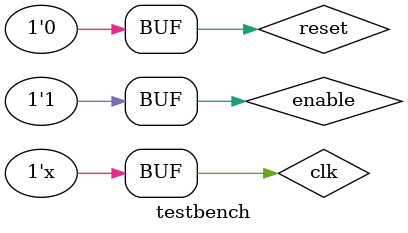
<source format=v>
`timescale 1ns\1ps

module counter(out,reset,enable,clk);

output reg [3:0] out;
input reset,enable,clk;

always @(posedge clk)
if(reset) begin
out=4'b0;
end
else if(enable) begin
out=out+1;
end

endmodule

module testbench();

reg clk,reset,enable;
wire [3:0] out;

counter uut(out,reset,enable,clk);

initial begin

$dumpfile ("count.vcd"); 
$dumpvars(0,testbench);

clk=0;
reset=1;
enable=0;

#20
reset=0;
enable=1;

end

always 
#5 clk=~clk;

endmodule

</source>
